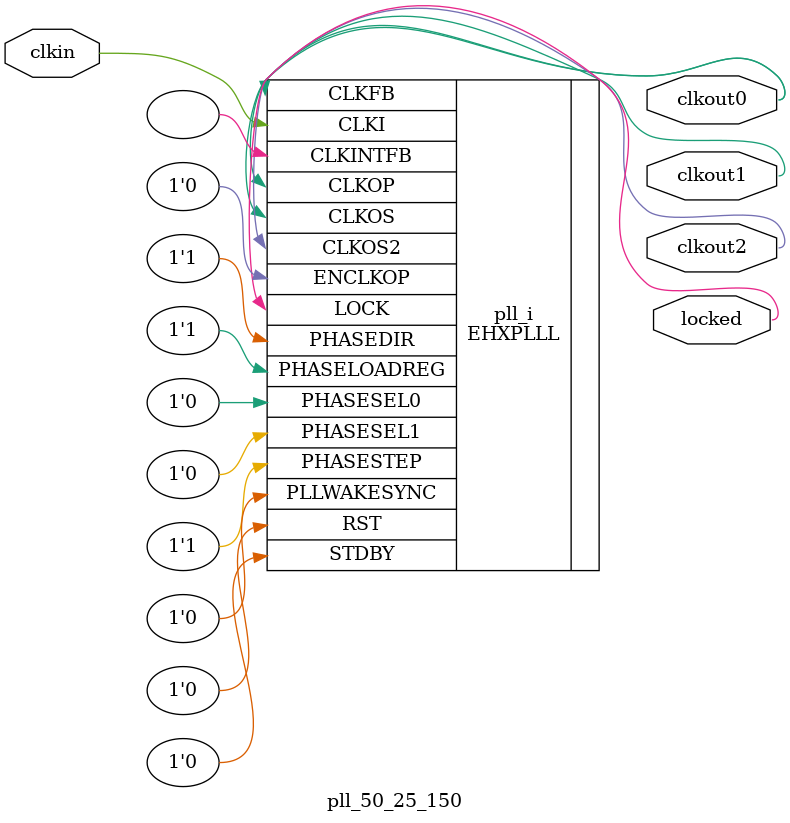
<source format=v>
module pll_50_25_150
(
    input clkin, // 25 MHz, 0 deg
    output clkout0, // 50 MHz, 0 deg
    output clkout1, // 25 MHz, 0 deg
    output clkout2, // 150 MHz, 0 deg
    output locked
);
(* FREQUENCY_PIN_CLKI="25" *)
(* FREQUENCY_PIN_CLKOP="50" *)
(* FREQUENCY_PIN_CLKOS="25" *)
(* FREQUENCY_PIN_CLKOS2="150" *)
(* ICP_CURRENT="12" *) (* LPF_RESISTOR="8" *) (* MFG_ENABLE_FILTEROPAMP="1" *) (* MFG_GMCREF_SEL="2" *)
EHXPLLL #(
        .PLLRST_ENA("DISABLED"),
        .INTFB_WAKE("DISABLED"),
        .STDBY_ENABLE("DISABLED"),
        .DPHASE_SOURCE("DISABLED"),
        .OUTDIVIDER_MUXA("DIVA"),
        .OUTDIVIDER_MUXB("DIVB"),
        .OUTDIVIDER_MUXC("DIVC"),
        .OUTDIVIDER_MUXD("DIVD"),
        .CLKI_DIV(1),
        .CLKOP_ENABLE("ENABLED"),
        .CLKOP_DIV(12),
        .CLKOP_CPHASE(5),
        .CLKOP_FPHASE(0),
        .CLKOS_ENABLE("ENABLED"),
        .CLKOS_DIV(24),
        .CLKOS_CPHASE(5),
        .CLKOS_FPHASE(0),
        .CLKOS2_ENABLE("ENABLED"),
        .CLKOS2_DIV(4),
        .CLKOS2_CPHASE(5),
        .CLKOS2_FPHASE(0),
        .FEEDBK_PATH("CLKOP"),
        .CLKFB_DIV(2)
    ) pll_i (
        .RST(1'b0),
        .STDBY(1'b0),
        .CLKI(clkin),
        .CLKOP(clkout0),
        .CLKOS(clkout1),
        .CLKOS2(clkout2),
        .CLKFB(clkout0),
        .CLKINTFB(),
        .PHASESEL0(1'b0),
        .PHASESEL1(1'b0),
        .PHASEDIR(1'b1),
        .PHASESTEP(1'b1),
        .PHASELOADREG(1'b1),
        .PLLWAKESYNC(1'b0),
        .ENCLKOP(1'b0),
        .LOCK(locked)
	);
endmodule

</source>
